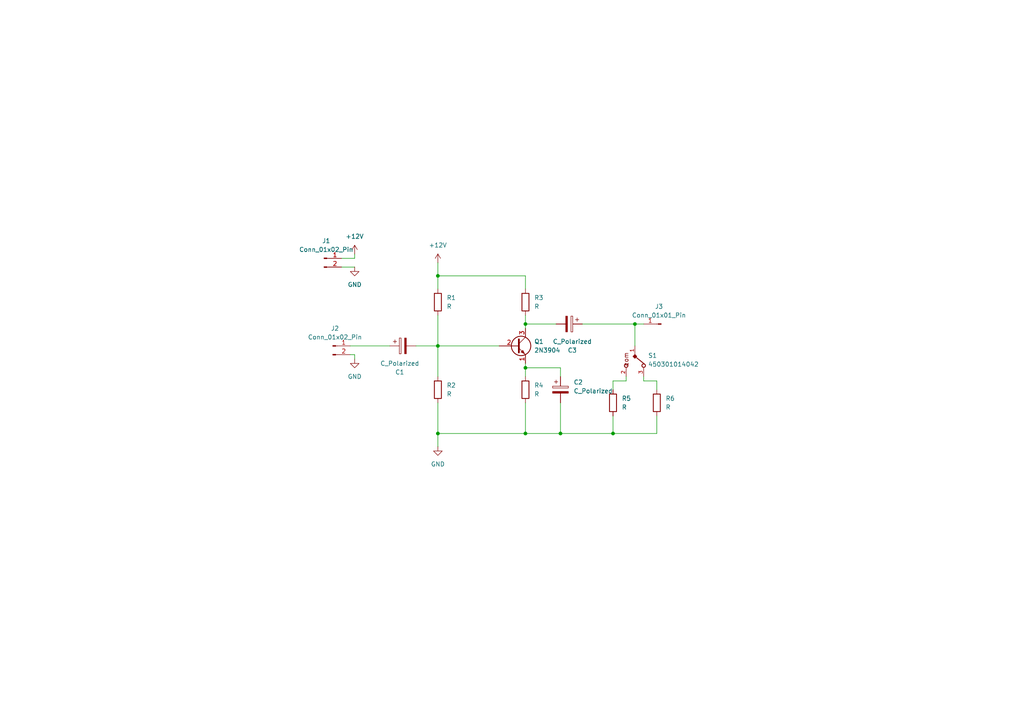
<source format=kicad_sch>
(kicad_sch (version 20231120) (generator "eeschema") (generator_version "8.0")
  (paper "A4")
  (lib_symbols
    (symbol "450301014042:450301014042" (pin_names (offset 1.016))
      (property "Reference" "S" (at 2.14 4.11 0))
      (property "Value" "450301014042" (at -1.54 -4.82 0))
      (symbol "450301014042_0_0"
        (polyline (pts (xy -0.376 0.5) (xy 1.4 2.7)) (stroke (width 0.254)))
        (polyline (pts (xy -0.762 -0.508) (xy -1.27 0) (xy -0.762 0.508) (xy -0.254 0) (xy -0.762 -0.508)) (stroke (width 0.254)) (fill (type outline)))
        (circle (center 1.905 -2.54) (radius 0.508) (stroke (width 0.254)))
        (circle (center 1.905 2.54) (radius 0.508) (stroke (width 0.254)))
        (text "com" (at -2.03 -1.8 0) (effects (font (size 1.27 1.27)) (justify left bottom)))
        (pin passive line (at -3.81 0 0) (length 2.54) (name "~") (number "1"))
        (pin passive line (at 5.08 -2.54 180) (length 2.54) (name "~") (number "2"))
        (pin passive line (at 5.08 2.54 180) (length 2.54) (name "~") (number "3"))
      )
    )
    (symbol "Connector:Conn_01x01_Pin" (pin_names (offset 1.016) hide)
      (property "Reference" "J" (at 0 2.54 0))
      (property "Value" "Conn_01x01_Pin" (at 0 -2.54 0))
      (symbol "Conn_01x01_Pin_1_1"
        (polyline (pts (xy 1.27 0) (xy 0.8636 0)) (stroke (width 0.1524)))
        (rectangle (start 0.8636 0.127) (end 0 -0.127) (stroke (width 0.1524)) (fill (type outline)))
        (pin passive line (at 5.08 0 180) (length 3.81) (name "Pin_1") (number "1"))
      )
    )
    (symbol "Connector:Conn_01x02_Pin" (pin_names (offset 1.016) hide)
      (property "Reference" "J" (at 0 2.54 0))
      (property "Value" "Conn_01x02_Pin" (at 0 -5.08 0))
      (symbol "Conn_01x02_Pin_1_1"
        (polyline (pts (xy 1.27 -2.54) (xy 0.8636 -2.54)) (stroke (width 0.1524)))
        (polyline (pts (xy 1.27 0) (xy 0.8636 0)) (stroke (width 0.1524)))
        (rectangle (start 0.8636 -2.413) (end 0 -2.667) (stroke (width 0.1524)) (fill (type outline)))
        (rectangle (start 0.8636 0.127) (end 0 -0.127) (stroke (width 0.1524)) (fill (type outline)))
        (pin passive line (at 5.08 0 180) (length 3.81) (name "Pin_1") (number "1"))
        (pin passive line (at 5.08 -2.54 180) (length 3.81) (name "Pin_2") (number "2"))
      )
    )
    (symbol "Device:C_Polarized" (pin_numbers hide) (pin_names (offset 0.254))
      (property "Reference" "C" (at 0.635 2.54 0))
      (property "Value" "C_Polarized" (at 0.635 -2.54 0))
      (symbol "C_Polarized_0_1"
        (rectangle (start -2.286 0.508) (end 2.286 1.016))
        (polyline (pts (xy -1.778 2.286) (xy -0.762 2.286)))
        (polyline (pts (xy -1.27 2.794) (xy -1.27 1.778)))
        (rectangle (start 2.286 -0.508) (end -2.286 -1.016) (fill (type outline)))
      )
      (symbol "C_Polarized_1_1"
        (pin passive line (at 0 3.81 270) (length 2.794) (name "~") (number "1"))
        (pin passive line (at 0 -3.81 90) (length 2.794) (name "~") (number "2"))
      )
    )
    (symbol "Device:R" (pin_numbers hide) (pin_names (offset 0))
      (property "Reference" "R" (at 2.032 0 90))
      (property "Value" "R" (at 0 0 90))
      (symbol "R_0_1"
        (rectangle (start -1.016 -2.54) (end 1.016 2.54) (stroke (width 0.254)))
      )
      (symbol "R_1_1"
        (pin passive line (at 0 3.81 270) (length 1.27) (name "~") (number "1"))
        (pin passive line (at 0 -3.81 90) (length 1.27) (name "~") (number "2"))
      )
    )
    (symbol "Transistor_BJT:2N3904" (pin_names (offset 0) hide)
      (property "Reference" "Q" (at 5.08 1.905 0))
      (property "Value" "2N3904" (at 5.08 0 0))
      (symbol "2N3904_0_1"
        (polyline (pts (xy 0.635 0.635) (xy 2.54 2.54)))
        (polyline (pts (xy 0.635 -0.635) (xy 2.54 -2.54) (xy 2.54 -2.54)))
        (polyline (pts (xy 0.635 1.905) (xy 0.635 -1.905) (xy 0.635 -1.905)) (stroke (width 0.508)))
        (polyline (pts (xy 1.27 -1.778) (xy 1.778 -1.27) (xy 2.286 -2.286) (xy 1.27 -1.778) (xy 1.27 -1.778)) (fill (type outline)))
        (circle (center 1.27 0) (radius 2.8194) (stroke (width 0.254)))
      )
      (symbol "2N3904_1_1"
        (pin passive line (at 2.54 -5.08 90) (length 2.54) (name "E") (number "1"))
        (pin passive line (at -5.08 0 0) (length 5.715) (name "B") (number "2"))
        (pin passive line (at 2.54 5.08 270) (length 2.54) (name "C") (number "3"))
      )
    )
    (symbol "power:+12V" (power) (pin_numbers hide) (pin_names (offset 0) hide)
      (property "Value" "+12V" (at 0 3.556 0))
      (symbol "+12V_0_1"
        (polyline (pts (xy -0.762 1.27) (xy 0 2.54)))
        (polyline (pts (xy 0 0) (xy 0 2.54)))
        (polyline (pts (xy 0 2.54) (xy 0.762 1.27)))
      )
      (symbol "+12V_1_1"
        (pin power_in line (at 0 0 90) (length 0) (name "~") (number "1"))
      )
    )
    (symbol "power:GND" (power) (pin_numbers hide) (pin_names (offset 0) hide)
      (property "Value" "GND" (at 0 -3.81 0))
      (symbol "GND_0_1"
        (polyline (pts (xy 0 0) (xy 0 -1.27) (xy 1.27 -1.27) (xy 0 -2.54) (xy -1.27 -1.27) (xy 0 -1.27)))
      )
      (symbol "GND_1_1"
        (pin power_in line (at 0 0 270) (length 0) (name "~") (number "1"))
      )
    )
  )
  (junction (at 152.4 106.68))
  (junction (at 127 100.33))
  (junction (at 162.56 125.73))
  (junction (at 152.4 125.73))
  (junction (at 127 125.73))
  (junction (at 184.15 93.98))
  (junction (at 177.8 125.73))
  (junction (at 127 80.01))
  (junction (at 152.4 93.98))
  (wire (pts (xy 190.5 125.73) (xy 190.5 120.65)))
  (wire (pts (xy 127 76.2) (xy 127 80.01)))
  (wire (pts (xy 152.4 91.44) (xy 152.4 93.98)))
  (wire (pts (xy 152.4 80.01) (xy 152.4 83.82)))
  (wire (pts (xy 127 125.73) (xy 127 129.54)))
  (wire (pts (xy 99.06 77.47) (xy 102.87 77.47)))
  (wire (pts (xy 152.4 93.98) (xy 152.4 95.25)))
  (wire (pts (xy 184.15 93.98) (xy 168.91 93.98)))
  (wire (pts (xy 152.4 125.73) (xy 162.56 125.73)))
  (wire (pts (xy 184.15 93.98) (xy 184.15 100.33)))
  (wire (pts (xy 127 125.73) (xy 152.4 125.73)))
  (wire (pts (xy 127 100.33) (xy 144.78 100.33)))
  (wire (pts (xy 181.61 109.22) (xy 181.61 110.49)))
  (wire (pts (xy 186.69 110.49) (xy 190.5 110.49)))
  (wire (pts (xy 127 83.82) (xy 127 80.01)))
  (wire (pts (xy 184.15 93.98) (xy 186.69 93.98)))
  (wire (pts (xy 162.56 125.73) (xy 177.8 125.73)))
  (wire (pts (xy 120.65 100.33) (xy 127 100.33)))
  (wire (pts (xy 177.8 125.73) (xy 190.5 125.73)))
  (wire (pts (xy 102.87 74.93) (xy 102.87 73.66)))
  (wire (pts (xy 190.5 110.49) (xy 190.5 113.03)))
  (wire (pts (xy 181.61 110.49) (xy 177.8 110.49)))
  (wire (pts (xy 99.06 74.93) (xy 102.87 74.93)))
  (wire (pts (xy 127 100.33) (xy 127 109.22)))
  (wire (pts (xy 152.4 105.41) (xy 152.4 106.68)))
  (wire (pts (xy 152.4 106.68) (xy 162.56 106.68)))
  (wire (pts (xy 152.4 106.68) (xy 152.4 109.22)))
  (wire (pts (xy 101.6 100.33) (xy 113.03 100.33)))
  (wire (pts (xy 186.69 109.22) (xy 186.69 110.49)))
  (wire (pts (xy 162.56 109.22) (xy 162.56 106.68)))
  (wire (pts (xy 127 80.01) (xy 152.4 80.01)))
  (wire (pts (xy 162.56 116.84) (xy 162.56 125.73)))
  (wire (pts (xy 152.4 116.84) (xy 152.4 125.73)))
  (wire (pts (xy 177.8 110.49) (xy 177.8 113.03)))
  (wire (pts (xy 177.8 120.65) (xy 177.8 125.73)))
  (wire (pts (xy 127 91.44) (xy 127 100.33)))
  (wire (pts (xy 161.29 93.98) (xy 152.4 93.98)))
  (wire (pts (xy 127 116.84) (xy 127 125.73)))
  (wire (pts (xy 101.6 102.87) (xy 102.87 102.87)))
  (wire (pts (xy 102.87 102.87) (xy 102.87 104.14)))
  (symbol (lib_id "Connector:Conn_01x02_Pin") (at 93.98 74.93 0) (unit 1)
    (property "Reference" "J1" (at 94.615 69.85 0))
    (property "Value" "Conn_01x02_Pin" (at 94.615 72.39 0))
    (property "Footprint" "Connector_PinHeader_2.54mm:PinHeader_1x02_P2.54mm_Vertical" (effects (hide yes)))
    (property "Description" "Generic connector, single row, 01x02, script generated" (effects (hide yes)))
  )
  (symbol (lib_id "Device:R") (at 127 113.03 0) (unit 1)
    (property "Reference" "R2" (at 129.54 111.7599 0) (effects (justify left)))
    (property "Value" "R" (at 129.54 114.2999 0) (effects (justify left)))
    (property "Footprint" "Resistor_THT:R_Axial_DIN0207_L6.3mm_D2.5mm_P10.16mm_Horizontal" (effects (hide yes)))
    (property "Description" "Resistor" (effects (hide yes)))
  )
  (symbol (lib_id "power:GND") (at 102.87 104.14 0) (unit 1)
    (property "Reference" "#PWR05" (effects (hide yes)))
    (property "Value" "GND" (at 102.87 109.22 0))
    (property "Description" "Power symbol creates a global label with name \"GND\" , ground" (effects (hide yes)))
  )
  (symbol (lib_id "Device:C_Polarized") (at 165.1 93.98 270) (unit 1)
    (property "Reference" "C3" (at 165.989 101.6 90))
    (property "Value" "C_Polarized" (at 165.989 99.06 90))
    (property "Footprint" "Capacitor_THT:CP_Radial_D8.0mm_P3.50mm" (effects (hide yes)))
    (property "Description" "Polarized capacitor" (effects (hide yes)))
  )
  (symbol (lib_id "Device:C_Polarized") (at 162.56 113.03 0) (unit 1)
    (property "Reference" "C2" (at 166.37 110.8709 0) (effects (justify left)))
    (property "Value" "C_Polarized" (at 166.37 113.4109 0) (effects (justify left)))
    (property "Footprint" "Capacitor_THT:CP_Radial_D8.0mm_P3.50mm" (effects (hide yes)))
    (property "Description" "Polarized capacitor" (effects (hide yes)))
  )
  (symbol (lib_id "Device:R") (at 177.8 116.84 0) (unit 1)
    (property "Reference" "R5" (at 180.34 115.5699 0) (effects (justify left)))
    (property "Value" "R" (at 180.34 118.1099 0) (effects (justify left)))
    (property "Footprint" "Resistor_THT:R_Axial_DIN0207_L6.3mm_D2.5mm_P10.16mm_Horizontal" (effects (hide yes)))
    (property "Description" "Resistor" (effects (hide yes)))
  )
  (symbol (lib_id "Connector:Conn_01x02_Pin") (at 96.52 100.33 0) (unit 1)
    (property "Reference" "J2" (at 97.155 95.25 0))
    (property "Value" "Conn_01x02_Pin" (at 97.155 97.79 0))
    (property "Footprint" "Connector_PinHeader_2.54mm:PinHeader_1x02_P2.54mm_Vertical" (effects (hide yes)))
    (property "Description" "Generic connector, single row, 01x02, script generated" (effects (hide yes)))
  )
  (symbol (lib_id "power:GND") (at 102.87 77.47 0) (unit 1)
    (property "Reference" "#PWR04" (effects (hide yes)))
    (property "Value" "GND" (at 102.87 82.55 0))
    (property "Description" "Power symbol creates a global label with name \"GND\" , ground" (effects (hide yes)))
  )
  (symbol (lib_id "Device:R") (at 127 87.63 0) (unit 1)
    (property "Reference" "R1" (at 129.54 86.3599 0) (effects (justify left)))
    (property "Value" "R" (at 129.54 88.8999 0) (effects (justify left)))
    (property "Footprint" "Resistor_THT:R_Axial_DIN0207_L6.3mm_D2.5mm_P10.16mm_Horizontal" (effects (hide yes)))
    (property "Description" "Resistor" (effects (hide yes)))
  )
  (symbol (lib_id "Device:R") (at 190.5 116.84 0) (unit 1)
    (property "Reference" "R6" (at 193.04 115.5699 0) (effects (justify left)))
    (property "Value" "R" (at 193.04 118.1099 0) (effects (justify left)))
    (property "Footprint" "Resistor_THT:R_Axial_DIN0207_L6.3mm_D2.5mm_P10.16mm_Horizontal" (effects (hide yes)))
    (property "Description" "Resistor" (effects (hide yes)))
  )
  (symbol (lib_id "Device:C_Polarized") (at 116.84 100.33 90) (mirror x) (unit 1)
    (property "Reference" "C1" (at 115.951 107.95 90))
    (property "Value" "C_Polarized" (at 115.951 105.41 90))
    (property "Footprint" "Capacitor_THT:CP_Radial_D8.0mm_P3.50mm" (effects (hide yes)))
    (property "Description" "Polarized capacitor" (effects (hide yes)))
  )
  (symbol (lib_id "power:GND") (at 127 129.54 0) (unit 1)
    (property "Reference" "#PWR02" (effects (hide yes)))
    (property "Value" "GND" (at 127 134.62 0))
    (property "Description" "Power symbol creates a global label with name \"GND\" , ground" (effects (hide yes)))
  )
  (symbol (lib_id "power:+12V") (at 102.87 73.66 0) (unit 1)
    (property "Reference" "#PWR03" (effects (hide yes)))
    (property "Value" "+12V" (at 102.87 68.58 0))
    (property "Description" "Power symbol creates a global label with name \"+12V\"" (effects (hide yes)))
  )
  (symbol (lib_id "Device:R") (at 152.4 87.63 0) (unit 1)
    (property "Reference" "R3" (at 154.94 86.3599 0) (effects (justify left)))
    (property "Value" "R" (at 154.94 88.8999 0) (effects (justify left)))
    (property "Footprint" "Resistor_THT:R_Axial_DIN0207_L6.3mm_D2.5mm_P10.16mm_Horizontal" (effects (hide yes)))
    (property "Description" "Resistor" (effects (hide yes)))
  )
  (symbol (lib_id "Transistor_BJT:2N3904") (at 149.86 100.33 0) (unit 1)
    (property "Reference" "Q1" (at 154.94 99.0599 0) (effects (justify left)))
    (property "Value" "2N3904" (at 154.94 101.5999 0) (effects (justify left)))
    (property "Footprint" "Package_TO_SOT_THT:TO-92_Inline" (effects (hide yes)))
    (property "Datasheet" "https://www.onsemi.com/pub/Collateral/2N3903-D.PDF" (effects (hide yes)))
    (property "Description" "0.2A Ic, 40V Vce, Small Signal NPN Transistor, TO-92" (effects (hide yes)))
  )
  (symbol (lib_id "power:+12V") (at 127 76.2 0) (unit 1)
    (property "Reference" "#PWR01" (effects (hide yes)))
    (property "Value" "+12V" (at 127 71.12 0))
    (property "Description" "Power symbol creates a global label with name \"+12V\"" (effects (hide yes)))
  )
  (symbol (lib_id "Device:R") (at 152.4 113.03 0) (unit 1)
    (property "Reference" "R4" (at 154.94 111.7599 0) (effects (justify left)))
    (property "Value" "R" (at 154.94 114.2999 0) (effects (justify left)))
    (property "Footprint" "Resistor_THT:R_Axial_DIN0207_L6.3mm_D2.5mm_P10.16mm_Horizontal" (effects (hide yes)))
    (property "Description" "Resistor" (effects (hide yes)))
  )
  (symbol (lib_id "Connector:Conn_01x01_Pin") (at 191.77 93.98 180) (unit 1)
    (property "Reference" "J3" (at 191.135 88.9 0))
    (property "Value" "Conn_01x01_Pin" (at 191.135 91.44 0))
    (property "Footprint" "Connector_PinHeader_2.54mm:PinHeader_1x01_P2.54mm_Vertical" (effects (hide yes)))
    (property "Description" "Generic connector, single row, 01x01, script generated" (effects (hide yes)))
  )
  (symbol (lib_id "450301014042:450301014042") (at 184.15 104.14 270) (unit 1)
    (property "Reference" "S1" (at 187.96 103.1249 90) (effects (justify left)))
    (property "Value" "450301014042" (at 187.96 105.6649 90) (effects (justify left)))
    (property "Footprint" "450301014042:450301014042" (effects (hide yes)))
    (property "MF" "Würth Elektronik" (effects (hide yes)))
    (property "Description_1" "\nSlide Switch SPDT Through Hole\n" (effects (hide yes)))
    (property "Package" "None" (effects (hide yes)))
    (property "Price" "None" (effects (hide yes)))
    (property "QTY" "200" (effects (hide yes)))
    (property "PACKAGING" "Bulk" (effects (hide yes)))
    (property "SnapEDA_Link" "https://www.snapeda.com/parts/450301014042/Wurth+Elektronik/view-part/?ref=snap" (effects (hide yes)))
    (property "DATASHEET-URL" "https://www.we-online.com/catalog/datasheet/450301014042.pdf" (effects (hide yes)))
    (property "MP" "450301014042" (effects (hide yes)))
    (property "Purchase-URL" "https://www.snapeda.com/api/url_track_click_mouser/?unipart_id=5001926&manufacturer=Würth Elektronik&part_name=450301014042&search_term=slide switch" (effects (hide yes)))
    (property "PART-NUMBER" "450301014042" (effects (hide yes)))
    (property "Availability" "In Stock" (effects (hide yes)))
    (property "Check_prices" "https://www.snapeda.com/parts/450301014042/Wurth+Elektronik/view-part/?ref=eda" (effects (hide yes)))
  )
)
</source>
